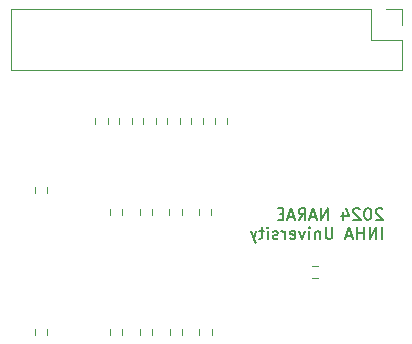
<source format=gbr>
%TF.GenerationSoftware,KiCad,Pcbnew,8.0.2-8.0.2-0~ubuntu24.04.1*%
%TF.CreationDate,2024-05-05T00:33:56+09:00*%
%TF.ProjectId,development_hat,64657665-6c6f-4706-9d65-6e745f686174,rev?*%
%TF.SameCoordinates,Original*%
%TF.FileFunction,Legend,Bot*%
%TF.FilePolarity,Positive*%
%FSLAX46Y46*%
G04 Gerber Fmt 4.6, Leading zero omitted, Abs format (unit mm)*
G04 Created by KiCad (PCBNEW 8.0.2-8.0.2-0~ubuntu24.04.1) date 2024-05-05 00:33:56*
%MOMM*%
%LPD*%
G01*
G04 APERTURE LIST*
%ADD10C,0.200000*%
%ADD11C,0.120000*%
G04 APERTURE END LIST*
D10*
X68257945Y-102000513D02*
X68210326Y-101952894D01*
X68210326Y-101952894D02*
X68115088Y-101905275D01*
X68115088Y-101905275D02*
X67876993Y-101905275D01*
X67876993Y-101905275D02*
X67781755Y-101952894D01*
X67781755Y-101952894D02*
X67734136Y-102000513D01*
X67734136Y-102000513D02*
X67686517Y-102095751D01*
X67686517Y-102095751D02*
X67686517Y-102190989D01*
X67686517Y-102190989D02*
X67734136Y-102333846D01*
X67734136Y-102333846D02*
X68305564Y-102905275D01*
X68305564Y-102905275D02*
X67686517Y-102905275D01*
X67067469Y-101905275D02*
X66972231Y-101905275D01*
X66972231Y-101905275D02*
X66876993Y-101952894D01*
X66876993Y-101952894D02*
X66829374Y-102000513D01*
X66829374Y-102000513D02*
X66781755Y-102095751D01*
X66781755Y-102095751D02*
X66734136Y-102286227D01*
X66734136Y-102286227D02*
X66734136Y-102524322D01*
X66734136Y-102524322D02*
X66781755Y-102714798D01*
X66781755Y-102714798D02*
X66829374Y-102810036D01*
X66829374Y-102810036D02*
X66876993Y-102857656D01*
X66876993Y-102857656D02*
X66972231Y-102905275D01*
X66972231Y-102905275D02*
X67067469Y-102905275D01*
X67067469Y-102905275D02*
X67162707Y-102857656D01*
X67162707Y-102857656D02*
X67210326Y-102810036D01*
X67210326Y-102810036D02*
X67257945Y-102714798D01*
X67257945Y-102714798D02*
X67305564Y-102524322D01*
X67305564Y-102524322D02*
X67305564Y-102286227D01*
X67305564Y-102286227D02*
X67257945Y-102095751D01*
X67257945Y-102095751D02*
X67210326Y-102000513D01*
X67210326Y-102000513D02*
X67162707Y-101952894D01*
X67162707Y-101952894D02*
X67067469Y-101905275D01*
X66353183Y-102000513D02*
X66305564Y-101952894D01*
X66305564Y-101952894D02*
X66210326Y-101905275D01*
X66210326Y-101905275D02*
X65972231Y-101905275D01*
X65972231Y-101905275D02*
X65876993Y-101952894D01*
X65876993Y-101952894D02*
X65829374Y-102000513D01*
X65829374Y-102000513D02*
X65781755Y-102095751D01*
X65781755Y-102095751D02*
X65781755Y-102190989D01*
X65781755Y-102190989D02*
X65829374Y-102333846D01*
X65829374Y-102333846D02*
X66400802Y-102905275D01*
X66400802Y-102905275D02*
X65781755Y-102905275D01*
X64924612Y-102238608D02*
X64924612Y-102905275D01*
X65162707Y-101857656D02*
X65400802Y-102571941D01*
X65400802Y-102571941D02*
X64781755Y-102571941D01*
X63638897Y-102905275D02*
X63638897Y-101905275D01*
X63638897Y-101905275D02*
X63067469Y-102905275D01*
X63067469Y-102905275D02*
X63067469Y-101905275D01*
X62638897Y-102619560D02*
X62162707Y-102619560D01*
X62734135Y-102905275D02*
X62400802Y-101905275D01*
X62400802Y-101905275D02*
X62067469Y-102905275D01*
X61162707Y-102905275D02*
X61496040Y-102429084D01*
X61734135Y-102905275D02*
X61734135Y-101905275D01*
X61734135Y-101905275D02*
X61353183Y-101905275D01*
X61353183Y-101905275D02*
X61257945Y-101952894D01*
X61257945Y-101952894D02*
X61210326Y-102000513D01*
X61210326Y-102000513D02*
X61162707Y-102095751D01*
X61162707Y-102095751D02*
X61162707Y-102238608D01*
X61162707Y-102238608D02*
X61210326Y-102333846D01*
X61210326Y-102333846D02*
X61257945Y-102381465D01*
X61257945Y-102381465D02*
X61353183Y-102429084D01*
X61353183Y-102429084D02*
X61734135Y-102429084D01*
X60781754Y-102619560D02*
X60305564Y-102619560D01*
X60876992Y-102905275D02*
X60543659Y-101905275D01*
X60543659Y-101905275D02*
X60210326Y-102905275D01*
X59876992Y-102381465D02*
X59543659Y-102381465D01*
X59400802Y-102905275D02*
X59876992Y-102905275D01*
X59876992Y-102905275D02*
X59876992Y-101905275D01*
X59876992Y-101905275D02*
X59400802Y-101905275D01*
X68210326Y-104515219D02*
X68210326Y-103515219D01*
X67734136Y-104515219D02*
X67734136Y-103515219D01*
X67734136Y-103515219D02*
X67162708Y-104515219D01*
X67162708Y-104515219D02*
X67162708Y-103515219D01*
X66686517Y-104515219D02*
X66686517Y-103515219D01*
X66686517Y-103991409D02*
X66115089Y-103991409D01*
X66115089Y-104515219D02*
X66115089Y-103515219D01*
X65686517Y-104229504D02*
X65210327Y-104229504D01*
X65781755Y-104515219D02*
X65448422Y-103515219D01*
X65448422Y-103515219D02*
X65115089Y-104515219D01*
X64019850Y-103515219D02*
X64019850Y-104324742D01*
X64019850Y-104324742D02*
X63972231Y-104419980D01*
X63972231Y-104419980D02*
X63924612Y-104467600D01*
X63924612Y-104467600D02*
X63829374Y-104515219D01*
X63829374Y-104515219D02*
X63638898Y-104515219D01*
X63638898Y-104515219D02*
X63543660Y-104467600D01*
X63543660Y-104467600D02*
X63496041Y-104419980D01*
X63496041Y-104419980D02*
X63448422Y-104324742D01*
X63448422Y-104324742D02*
X63448422Y-103515219D01*
X62972231Y-103848552D02*
X62972231Y-104515219D01*
X62972231Y-103943790D02*
X62924612Y-103896171D01*
X62924612Y-103896171D02*
X62829374Y-103848552D01*
X62829374Y-103848552D02*
X62686517Y-103848552D01*
X62686517Y-103848552D02*
X62591279Y-103896171D01*
X62591279Y-103896171D02*
X62543660Y-103991409D01*
X62543660Y-103991409D02*
X62543660Y-104515219D01*
X62067469Y-104515219D02*
X62067469Y-103848552D01*
X62067469Y-103515219D02*
X62115088Y-103562838D01*
X62115088Y-103562838D02*
X62067469Y-103610457D01*
X62067469Y-103610457D02*
X62019850Y-103562838D01*
X62019850Y-103562838D02*
X62067469Y-103515219D01*
X62067469Y-103515219D02*
X62067469Y-103610457D01*
X61686517Y-103848552D02*
X61448422Y-104515219D01*
X61448422Y-104515219D02*
X61210327Y-103848552D01*
X60448422Y-104467600D02*
X60543660Y-104515219D01*
X60543660Y-104515219D02*
X60734136Y-104515219D01*
X60734136Y-104515219D02*
X60829374Y-104467600D01*
X60829374Y-104467600D02*
X60876993Y-104372361D01*
X60876993Y-104372361D02*
X60876993Y-103991409D01*
X60876993Y-103991409D02*
X60829374Y-103896171D01*
X60829374Y-103896171D02*
X60734136Y-103848552D01*
X60734136Y-103848552D02*
X60543660Y-103848552D01*
X60543660Y-103848552D02*
X60448422Y-103896171D01*
X60448422Y-103896171D02*
X60400803Y-103991409D01*
X60400803Y-103991409D02*
X60400803Y-104086647D01*
X60400803Y-104086647D02*
X60876993Y-104181885D01*
X59972231Y-104515219D02*
X59972231Y-103848552D01*
X59972231Y-104039028D02*
X59924612Y-103943790D01*
X59924612Y-103943790D02*
X59876993Y-103896171D01*
X59876993Y-103896171D02*
X59781755Y-103848552D01*
X59781755Y-103848552D02*
X59686517Y-103848552D01*
X59400802Y-104467600D02*
X59305564Y-104515219D01*
X59305564Y-104515219D02*
X59115088Y-104515219D01*
X59115088Y-104515219D02*
X59019850Y-104467600D01*
X59019850Y-104467600D02*
X58972231Y-104372361D01*
X58972231Y-104372361D02*
X58972231Y-104324742D01*
X58972231Y-104324742D02*
X59019850Y-104229504D01*
X59019850Y-104229504D02*
X59115088Y-104181885D01*
X59115088Y-104181885D02*
X59257945Y-104181885D01*
X59257945Y-104181885D02*
X59353183Y-104134266D01*
X59353183Y-104134266D02*
X59400802Y-104039028D01*
X59400802Y-104039028D02*
X59400802Y-103991409D01*
X59400802Y-103991409D02*
X59353183Y-103896171D01*
X59353183Y-103896171D02*
X59257945Y-103848552D01*
X59257945Y-103848552D02*
X59115088Y-103848552D01*
X59115088Y-103848552D02*
X59019850Y-103896171D01*
X58543659Y-104515219D02*
X58543659Y-103848552D01*
X58543659Y-103515219D02*
X58591278Y-103562838D01*
X58591278Y-103562838D02*
X58543659Y-103610457D01*
X58543659Y-103610457D02*
X58496040Y-103562838D01*
X58496040Y-103562838D02*
X58543659Y-103515219D01*
X58543659Y-103515219D02*
X58543659Y-103610457D01*
X58210326Y-103848552D02*
X57829374Y-103848552D01*
X58067469Y-103515219D02*
X58067469Y-104372361D01*
X58067469Y-104372361D02*
X58019850Y-104467600D01*
X58019850Y-104467600D02*
X57924612Y-104515219D01*
X57924612Y-104515219D02*
X57829374Y-104515219D01*
X57591278Y-103848552D02*
X57353183Y-104515219D01*
X57115088Y-103848552D02*
X57353183Y-104515219D01*
X57353183Y-104515219D02*
X57448421Y-104753314D01*
X57448421Y-104753314D02*
X57496040Y-104800933D01*
X57496040Y-104800933D02*
X57591278Y-104848552D01*
D11*
%TO.C,R9*%
X45983500Y-94742724D02*
X45983500Y-94233276D01*
X47028500Y-94742724D02*
X47028500Y-94233276D01*
%TO.C,R10*%
X43957500Y-94742724D02*
X43957500Y-94233276D01*
X45002500Y-94742724D02*
X45002500Y-94233276D01*
%TO.C,R4*%
X52727500Y-102489724D02*
X52727500Y-101980276D01*
X53772500Y-102489724D02*
X53772500Y-101980276D01*
%TO.C,R15*%
X62332776Y-106792500D02*
X62842224Y-106792500D01*
X62332776Y-107837500D02*
X62842224Y-107837500D01*
%TO.C,R13*%
X50247500Y-112649724D02*
X50247500Y-112140276D01*
X51292500Y-112649724D02*
X51292500Y-112140276D01*
%TO.C,R6*%
X52061500Y-94742724D02*
X52061500Y-94233276D01*
X53106500Y-94742724D02*
X53106500Y-94233276D01*
%TO.C,R11*%
X45197500Y-112649724D02*
X45197500Y-112140276D01*
X46242500Y-112649724D02*
X46242500Y-112140276D01*
%TO.C,R17*%
X38847500Y-112649724D02*
X38847500Y-112140276D01*
X39892500Y-112649724D02*
X39892500Y-112140276D01*
%TO.C,R5*%
X54087500Y-94742724D02*
X54087500Y-94233276D01*
X55132500Y-94742724D02*
X55132500Y-94233276D01*
%TO.C,R3*%
X50217500Y-102489724D02*
X50217500Y-101980276D01*
X51262500Y-102489724D02*
X51262500Y-101980276D01*
%TO.C,R16*%
X38847500Y-100075276D02*
X38847500Y-100584724D01*
X39892500Y-100075276D02*
X39892500Y-100584724D01*
%TO.C,R1*%
X45197500Y-102489724D02*
X45197500Y-101980276D01*
X46242500Y-102489724D02*
X46242500Y-101980276D01*
%TO.C,R7*%
X50035500Y-94742724D02*
X50035500Y-94233276D01*
X51080500Y-94742724D02*
X51080500Y-94233276D01*
%TO.C,R12*%
X47707500Y-112649724D02*
X47707500Y-112140276D01*
X48752500Y-112649724D02*
X48752500Y-112140276D01*
%TO.C,R2*%
X47707500Y-102489724D02*
X47707500Y-101980276D01*
X48752500Y-102489724D02*
X48752500Y-101980276D01*
%TO.C,R8*%
X48009500Y-94742724D02*
X48009500Y-94233276D01*
X49054500Y-94742724D02*
X49054500Y-94233276D01*
%TO.C,R14*%
X52757500Y-112649724D02*
X52757500Y-112140276D01*
X53802500Y-112649724D02*
X53802500Y-112140276D01*
%TO.C,J1*%
X36770000Y-85030000D02*
X36770000Y-90230000D01*
X36770000Y-85030000D02*
X67310000Y-85030000D01*
X36770000Y-90230000D02*
X69910000Y-90230000D01*
X67310000Y-85030000D02*
X67310000Y-87630000D01*
X67310000Y-87630000D02*
X69910000Y-87630000D01*
X68580000Y-85030000D02*
X69910000Y-85030000D01*
X69910000Y-85030000D02*
X69910000Y-86360000D01*
X69910000Y-87630000D02*
X69910000Y-90230000D01*
%TD*%
M02*

</source>
